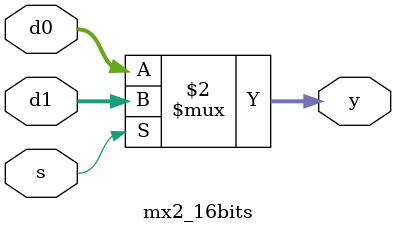
<source format=v>
module mx2_16bits(d0, d1, s, y);
	input [15:0] d0, d1;
	input s;
	output [15:0] y;
	
	assign y = (s != 1'b1) ? d0 : d1; // made mux using conditional operator
endmodule
</source>
